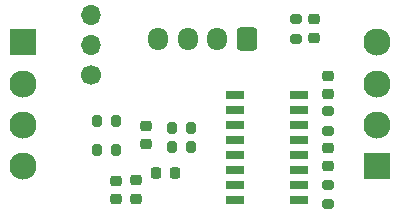
<source format=gts>
G04 #@! TF.GenerationSoftware,KiCad,Pcbnew,8.0.0*
G04 #@! TF.CreationDate,2024-05-22T11:22:58+03:00*
G04 #@! TF.ProjectId,B-NAU7802-BRK-01MBR-R01,422d4e41-5537-4383-9032-2d42524b2d30,rev?*
G04 #@! TF.SameCoordinates,Original*
G04 #@! TF.FileFunction,Soldermask,Top*
G04 #@! TF.FilePolarity,Negative*
%FSLAX46Y46*%
G04 Gerber Fmt 4.6, Leading zero omitted, Abs format (unit mm)*
G04 Created by KiCad (PCBNEW 8.0.0) date 2024-05-22 11:22:58*
%MOMM*%
%LPD*%
G01*
G04 APERTURE LIST*
G04 Aperture macros list*
%AMRoundRect*
0 Rectangle with rounded corners*
0 $1 Rounding radius*
0 $2 $3 $4 $5 $6 $7 $8 $9 X,Y pos of 4 corners*
0 Add a 4 corners polygon primitive as box body*
4,1,4,$2,$3,$4,$5,$6,$7,$8,$9,$2,$3,0*
0 Add four circle primitives for the rounded corners*
1,1,$1+$1,$2,$3*
1,1,$1+$1,$4,$5*
1,1,$1+$1,$6,$7*
1,1,$1+$1,$8,$9*
0 Add four rect primitives between the rounded corners*
20,1,$1+$1,$2,$3,$4,$5,0*
20,1,$1+$1,$4,$5,$6,$7,0*
20,1,$1+$1,$6,$7,$8,$9,0*
20,1,$1+$1,$8,$9,$2,$3,0*%
G04 Aperture macros list end*
%ADD10R,2.300000X2.300000*%
%ADD11C,2.300000*%
%ADD12RoundRect,0.225000X0.225000X0.250000X-0.225000X0.250000X-0.225000X-0.250000X0.225000X-0.250000X0*%
%ADD13RoundRect,0.200000X-0.200000X-0.275000X0.200000X-0.275000X0.200000X0.275000X-0.200000X0.275000X0*%
%ADD14RoundRect,0.225000X-0.250000X0.225000X-0.250000X-0.225000X0.250000X-0.225000X0.250000X0.225000X0*%
%ADD15R,1.525000X0.700000*%
%ADD16RoundRect,0.225000X0.250000X-0.225000X0.250000X0.225000X-0.250000X0.225000X-0.250000X-0.225000X0*%
%ADD17RoundRect,0.218750X0.256250X-0.218750X0.256250X0.218750X-0.256250X0.218750X-0.256250X-0.218750X0*%
%ADD18RoundRect,0.200000X-0.275000X0.200000X-0.275000X-0.200000X0.275000X-0.200000X0.275000X0.200000X0*%
%ADD19RoundRect,0.200000X0.275000X-0.200000X0.275000X0.200000X-0.275000X0.200000X-0.275000X-0.200000X0*%
%ADD20C,1.700000*%
%ADD21O,1.700000X1.700000*%
%ADD22O,1.700000X1.950000*%
%ADD23RoundRect,0.250000X-0.600000X-0.725000X0.600000X-0.725000X0.600000X0.725000X-0.600000X0.725000X0*%
G04 APERTURE END LIST*
D10*
X163040000Y-67690000D03*
D11*
X163040000Y-71190000D03*
X163040000Y-74690000D03*
X163040000Y-78190000D03*
D12*
X175880000Y-78780000D03*
X174330000Y-78780000D03*
D13*
X175605000Y-74970000D03*
X177255000Y-74970000D03*
D14*
X170900000Y-79405000D03*
X170900000Y-80955000D03*
D15*
X186410000Y-81010000D03*
X186410000Y-79740000D03*
X186410000Y-78470000D03*
X186410000Y-77200000D03*
X186410000Y-75930000D03*
X186410000Y-74660000D03*
X186410000Y-73390000D03*
X186410000Y-72120000D03*
X180986000Y-72120000D03*
X180986000Y-73390000D03*
X180986000Y-74660000D03*
X180986000Y-75930000D03*
X180986000Y-77200000D03*
X180986000Y-78470000D03*
X180986000Y-79740000D03*
X180986000Y-81010000D03*
D13*
X169295000Y-74300000D03*
X170945000Y-74300000D03*
D16*
X188860000Y-72040000D03*
X188860000Y-70490000D03*
D17*
X187690000Y-67317500D03*
X187690000Y-65742500D03*
D10*
X193010000Y-78190000D03*
D11*
X193010000Y-74690000D03*
X193010000Y-71190000D03*
X193010000Y-67690000D03*
D18*
X186120000Y-65725000D03*
X186120000Y-67375000D03*
D16*
X188850000Y-78170000D03*
X188850000Y-76620000D03*
D19*
X188850000Y-81380000D03*
X188850000Y-79730000D03*
D13*
X175605000Y-76500000D03*
X177255000Y-76500000D03*
D14*
X172560000Y-79375000D03*
X172560000Y-80925000D03*
D20*
X168770000Y-70430000D03*
D21*
X168770000Y-67890000D03*
X168770000Y-65350000D03*
D22*
X174480000Y-67385000D03*
X176980000Y-67385000D03*
X179480000Y-67385000D03*
D23*
X181980000Y-67385000D03*
D18*
X188850000Y-73520000D03*
X188850000Y-75170000D03*
D13*
X169295000Y-76810000D03*
X170945000Y-76810000D03*
D16*
X173440000Y-76315000D03*
X173440000Y-74765000D03*
M02*

</source>
